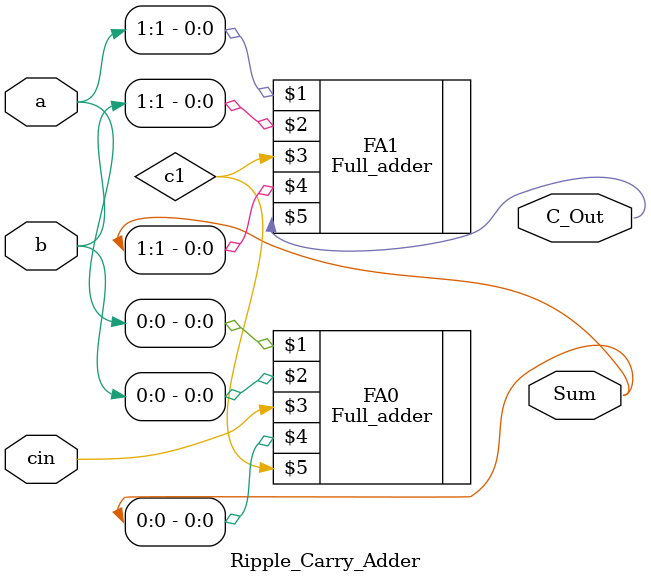
<source format=v>
module Ripple_Carry_Adder (

input [ 1 : 0 ]a,b,
input cin , // Define all input ports
output [ 1 : 0 ]Sum ,
output C_Out ); // Define all ouput ports
wire c1; // Define intermediate carry as c1

Full_adder FA0(a[ 0 ] ,b[ 0 ] ,cin ,Sum[ 0 ] ,c1 ); // instantiate full_adder (FA0)
Full_adder FA1(a[ 1 ] ,b[ 1 ] ,c1 ,Sum[ 1 ] ,C_Out ); // instantiate full_adder (FA1)

endmodule

</source>
